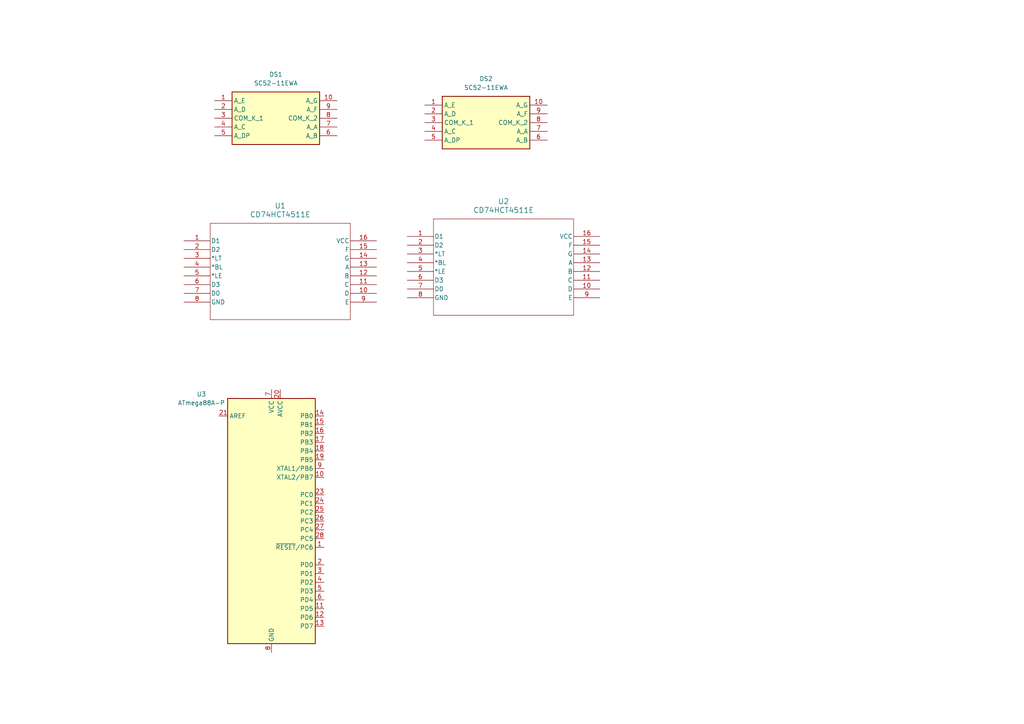
<source format=kicad_sch>
(kicad_sch (version 20231120) (generator "eeschema") (generator_version "8.0")
  (paper "A4")
  (lib_symbols
    (symbol "CD74HCT4511E:CD74HCT4511E" (pin_names (offset 0.254))
      (property "Reference" "U" (at 27.94 10.16 0))
      (property "Value" "CD74HCT4511E" (at 27.94 7.62 0))
      (symbol "CD74HCT4511E_0_1"
        (polyline (pts (xy 7.62 -22.86) (xy 48.26 -22.86)) (stroke (width 0.127)))
        (polyline (pts (xy 7.62 5.08) (xy 7.62 -22.86)) (stroke (width 0.127)))
        (polyline (pts (xy 48.26 -22.86) (xy 48.26 5.08)) (stroke (width 0.127)))
        (polyline (pts (xy 48.26 5.08) (xy 7.62 5.08)) (stroke (width 0.127)))
        (pin input line (at 0 0 0) (length 7.62) (name "D1") (number "1"))
        (pin output line (at 55.88 -15.24 180) (length 7.62) (name "D") (number "10"))
        (pin output line (at 55.88 -12.7 180) (length 7.62) (name "C") (number "11"))
        (pin output line (at 55.88 -10.16 180) (length 7.62) (name "B") (number "12"))
        (pin output line (at 55.88 -7.62 180) (length 7.62) (name "A") (number "13"))
        (pin output line (at 55.88 -5.08 180) (length 7.62) (name "G") (number "14"))
        (pin output line (at 55.88 -2.54 180) (length 7.62) (name "F") (number "15"))
        (pin power_in line (at 55.88 0 180) (length 7.62) (name "VCC") (number "16"))
        (pin input line (at 0 -2.54 0) (length 7.62) (name "D2") (number "2"))
        (pin unspecified line (at 0 -5.08 0) (length 7.62) (name "*LT") (number "3"))
        (pin unspecified line (at 0 -7.62 0) (length 7.62) (name "*BL") (number "4"))
        (pin unspecified line (at 0 -10.16 0) (length 7.62) (name "*LE") (number "5"))
        (pin input line (at 0 -12.7 0) (length 7.62) (name "D3") (number "6"))
        (pin input line (at 0 -15.24 0) (length 7.62) (name "D0") (number "7"))
        (pin power_in line (at 0 -17.78 0) (length 7.62) (name "GND") (number "8"))
        (pin output line (at 55.88 -17.78 180) (length 7.62) (name "E") (number "9"))
      )
    )
    (symbol "MCU_Microchip_ATmega:ATmega88A-P"
      (property "Reference" "U" (at -12.7 36.83 0))
      (property "Value" "ATmega88A-P" (at 2.54 -36.83 0))
      (symbol "ATmega88A-P_0_1"
        (rectangle (start -12.7 -35.56) (end 12.7 35.56) (stroke (width 0.254)) (fill (type background)))
      )
      (symbol "ATmega88A-P_1_1"
        (pin bidirectional line (at 15.24 -7.62 180) (length 2.54) (name "~{RESET}/PC6") (number "1"))
        (pin bidirectional line (at 15.24 12.7 180) (length 2.54) (name "XTAL2/PB7") (number "10"))
        (pin bidirectional line (at 15.24 -25.4 180) (length 2.54) (name "PD5") (number "11"))
        (pin bidirectional line (at 15.24 -27.94 180) (length 2.54) (name "PD6") (number "12"))
        (pin bidirectional line (at 15.24 -30.48 180) (length 2.54) (name "PD7") (number "13"))
        (pin bidirectional line (at 15.24 30.48 180) (length 2.54) (name "PB0") (number "14"))
        (pin bidirectional line (at 15.24 27.94 180) (length 2.54) (name "PB1") (number "15"))
        (pin bidirectional line (at 15.24 25.4 180) (length 2.54) (name "PB2") (number "16"))
        (pin bidirectional line (at 15.24 22.86 180) (length 2.54) (name "PB3") (number "17"))
        (pin bidirectional line (at 15.24 20.32 180) (length 2.54) (name "PB4") (number "18"))
        (pin bidirectional line (at 15.24 17.78 180) (length 2.54) (name "PB5") (number "19"))
        (pin bidirectional line (at 15.24 -12.7 180) (length 2.54) (name "PD0") (number "2"))
        (pin power_in line (at 2.54 38.1 270) (length 2.54) (name "AVCC") (number "20"))
        (pin passive line (at -15.24 30.48 0) (length 2.54) (name "AREF") (number "21"))
        (pin passive line (at 0 -38.1 90) (length 2.54) hide (name "GND") (number "22"))
        (pin bidirectional line (at 15.24 7.62 180) (length 2.54) (name "PC0") (number "23"))
        (pin bidirectional line (at 15.24 5.08 180) (length 2.54) (name "PC1") (number "24"))
        (pin bidirectional line (at 15.24 2.54 180) (length 2.54) (name "PC2") (number "25"))
        (pin bidirectional line (at 15.24 0 180) (length 2.54) (name "PC3") (number "26"))
        (pin bidirectional line (at 15.24 -2.54 180) (length 2.54) (name "PC4") (number "27"))
        (pin bidirectional line (at 15.24 -5.08 180) (length 2.54) (name "PC5") (number "28"))
        (pin bidirectional line (at 15.24 -15.24 180) (length 2.54) (name "PD1") (number "3"))
        (pin bidirectional line (at 15.24 -17.78 180) (length 2.54) (name "PD2") (number "4"))
        (pin bidirectional line (at 15.24 -20.32 180) (length 2.54) (name "PD3") (number "5"))
        (pin bidirectional line (at 15.24 -22.86 180) (length 2.54) (name "PD4") (number "6"))
        (pin power_in line (at 0 38.1 270) (length 2.54) (name "VCC") (number "7"))
        (pin power_in line (at 0 -38.1 90) (length 2.54) (name "GND") (number "8"))
        (pin bidirectional line (at 15.24 15.24 180) (length 2.54) (name "XTAL1/PB6") (number "9"))
      )
    )
    (symbol "SC-52-11EWA:SC52-11EWA"
      (property "Reference" "DS" (at 31.75 7.62 0))
      (property "Value" "SC52-11EWA" (at 31.75 5.08 0))
      (symbol "SC52-11EWA_1_1"
        (rectangle (start 5.08 2.54) (end 30.48 -12.7) (stroke (width 0.254)) (fill (type background)))
        (pin passive line (at 0 0 0) (length 5.08) (name "A_E") (number "1"))
        (pin passive line (at 35.56 0 180) (length 5.08) (name "A_G") (number "10"))
        (pin passive line (at 0 -2.54 0) (length 5.08) (name "A_D") (number "2"))
        (pin passive line (at 0 -5.08 0) (length 5.08) (name "COM_K_1") (number "3"))
        (pin passive line (at 0 -7.62 0) (length 5.08) (name "A_C") (number "4"))
        (pin passive line (at 0 -10.16 0) (length 5.08) (name "A_DP") (number "5"))
        (pin passive line (at 35.56 -10.16 180) (length 5.08) (name "A_B") (number "6"))
        (pin passive line (at 35.56 -7.62 180) (length 5.08) (name "A_A") (number "7"))
        (pin passive line (at 35.56 -5.08 180) (length 5.08) (name "COM_K_2") (number "8"))
        (pin passive line (at 35.56 -2.54 180) (length 5.08) (name "A_F") (number "9"))
      )
    )
  )
  (symbol (lib_id "MCU_Microchip_ATmega:ATmega88A-P") (at 78.74 151.13 0) (unit 1)
    (property "Reference" "U3" (at 58.42 114.3314 0))
    (property "Value" "ATmega88A-P" (at 58.42 116.8714 0))
    (property "Footprint" "Package_DIP:DIP-28_W7.62mm" (effects (hide yes)))
    (property "Datasheet" "http://ww1.microchip.com/downloads/en/DeviceDoc/ATmega48A_88A_168A-Data-Sheet-40002007A.pdf" (effects (hide yes)))
    (property "Description" "20MHz, 8kB Flash, 1kB SRAM, 512B EEPROM, DIP-28" (effects (hide yes)))
  )
  (symbol (lib_id "SC-52-11EWA:SC52-11EWA") (at 123.19 30.48 0) (unit 1)
    (property "Reference" "DS2" (at 140.97 22.86 0))
    (property "Value" "SC52-11EWA" (at 140.97 25.4 0))
    (property "Footprint" "SC5211EWA" (effects (hide yes)))
    (property "Datasheet" "https://www.kingbrightusa.com/images/catalog/SPEC/SC52-11EWA.pdf" (effects (hide yes)))
    (property "Description" "Display Modules - LED Character and Numeric Red 7-Segment 1 Character Common Cathode 2V 20mA 0.689\" H x 0.488\" W x 0.276\" D (17.50mm x 12.40mm x 7.00mm) 10-DIP (0.600\", 15.24mm)" (effects (hide yes)))
    (property "Height" "7.25" (effects (hide yes)))
    (property "Manufacturer_Name" "Kingbright" (effects (hide yes)))
    (property "Manufacturer_Part_Number" "SC52-11EWA" (effects (hide yes)))
  )
  (symbol (lib_id "SC-52-11EWA:SC52-11EWA") (at 62.23 29.21 0) (unit 1)
    (property "Reference" "DS1" (at 80.01 21.59 0))
    (property "Value" "SC52-11EWA" (at 80.01 24.13 0))
    (property "Footprint" "SC5211EWA" (effects (hide yes)))
    (property "Datasheet" "https://www.kingbrightusa.com/images/catalog/SPEC/SC52-11EWA.pdf" (effects (hide yes)))
    (property "Description" "Display Modules - LED Character and Numeric Red 7-Segment 1 Character Common Cathode 2V 20mA 0.689\" H x 0.488\" W x 0.276\" D (17.50mm x 12.40mm x 7.00mm) 10-DIP (0.600\", 15.24mm)" (effects (hide yes)))
    (property "Height" "7.25" (effects (hide yes)))
    (property "Manufacturer_Name" "Kingbright" (effects (hide yes)))
    (property "Manufacturer_Part_Number" "SC52-11EWA" (effects (hide yes)))
  )
  (symbol (lib_id "CD74HCT4511E:CD74HCT4511E") (at 53.34 69.85 0) (unit 1)
    (property "Reference" "U1" (at 81.28 59.69 0) (effects (font (size 1.524 1.524))))
    (property "Value" "CD74HCT4511E" (at 81.28 62.23 0) (effects (font (size 1.524 1.524))))
    (property "Footprint" "N16" (effects (hide yes)))
    (property "Datasheet" "https://www.ti.com/lit/gpn/cd74hct4511" (effects (hide yes)))
  )
  (symbol (lib_id "CD74HCT4511E:CD74HCT4511E") (at 118.11 68.58 0) (unit 1)
    (property "Reference" "U2" (at 146.05 58.42 0) (effects (font (size 1.524 1.524))))
    (property "Value" "CD74HCT4511E" (at 146.05 60.96 0) (effects (font (size 1.524 1.524))))
    (property "Footprint" "N16" (effects (hide yes)))
    (property "Datasheet" "https://www.ti.com/lit/gpn/cd74hct4511" (effects (hide yes)))
  )
)
</source>
